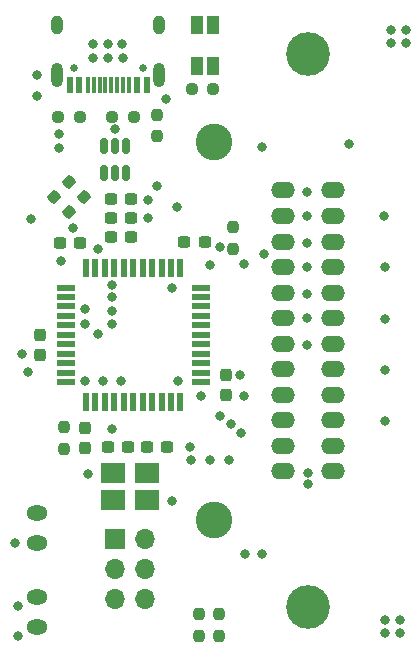
<source format=gts>
%TF.GenerationSoftware,KiCad,Pcbnew,8.0.5*%
%TF.CreationDate,2024-11-06T11:00:09+13:00*%
%TF.ProjectId,usb_gpib_v3,7573625f-6770-4696-925f-76332e6b6963,C*%
%TF.SameCoordinates,Original*%
%TF.FileFunction,Soldermask,Top*%
%TF.FilePolarity,Negative*%
%FSLAX46Y46*%
G04 Gerber Fmt 4.6, Leading zero omitted, Abs format (unit mm)*
G04 Created by KiCad (PCBNEW 8.0.5) date 2024-11-06 11:00:09*
%MOMM*%
%LPD*%
G01*
G04 APERTURE LIST*
G04 Aperture macros list*
%AMRoundRect*
0 Rectangle with rounded corners*
0 $1 Rounding radius*
0 $2 $3 $4 $5 $6 $7 $8 $9 X,Y pos of 4 corners*
0 Add a 4 corners polygon primitive as box body*
4,1,4,$2,$3,$4,$5,$6,$7,$8,$9,$2,$3,0*
0 Add four circle primitives for the rounded corners*
1,1,$1+$1,$2,$3*
1,1,$1+$1,$4,$5*
1,1,$1+$1,$6,$7*
1,1,$1+$1,$8,$9*
0 Add four rect primitives between the rounded corners*
20,1,$1+$1,$2,$3,$4,$5,0*
20,1,$1+$1,$4,$5,$6,$7,0*
20,1,$1+$1,$6,$7,$8,$9,0*
20,1,$1+$1,$8,$9,$2,$3,0*%
G04 Aperture macros list end*
%ADD10C,3.100000*%
%ADD11RoundRect,0.237500X-0.300000X-0.237500X0.300000X-0.237500X0.300000X0.237500X-0.300000X0.237500X0*%
%ADD12RoundRect,0.237500X-0.237500X0.250000X-0.237500X-0.250000X0.237500X-0.250000X0.237500X0.250000X0*%
%ADD13RoundRect,0.237500X0.300000X0.237500X-0.300000X0.237500X-0.300000X-0.237500X0.300000X-0.237500X0*%
%ADD14RoundRect,0.237500X0.250000X0.237500X-0.250000X0.237500X-0.250000X-0.237500X0.250000X-0.237500X0*%
%ADD15RoundRect,0.237500X0.008839X0.344715X-0.344715X-0.008839X-0.008839X-0.344715X0.344715X0.008839X0*%
%ADD16R,1.500000X0.550000*%
%ADD17R,0.550000X1.500000*%
%ADD18O,1.800000X1.300000*%
%ADD19RoundRect,0.237500X-0.250000X-0.237500X0.250000X-0.237500X0.250000X0.237500X-0.250000X0.237500X0*%
%ADD20C,0.650000*%
%ADD21R,0.600000X1.450000*%
%ADD22R,0.300000X1.450000*%
%ADD23O,1.000000X2.100000*%
%ADD24O,1.000000X1.600000*%
%ADD25O,2.000000X1.400000*%
%ADD26C,3.700000*%
%ADD27RoundRect,0.237500X-0.237500X0.300000X-0.237500X-0.300000X0.237500X-0.300000X0.237500X0.300000X0*%
%ADD28R,0.990600X1.500000*%
%ADD29RoundRect,0.150000X-0.150000X0.512500X-0.150000X-0.512500X0.150000X-0.512500X0.150000X0.512500X0*%
%ADD30R,2.100000X1.800000*%
%ADD31R,1.700000X1.700000*%
%ADD32O,1.700000X1.700000*%
%ADD33RoundRect,0.237500X0.237500X-0.250000X0.237500X0.250000X-0.237500X0.250000X-0.237500X-0.250000X0*%
%ADD34C,0.800000*%
G04 APERTURE END LIST*
D10*
%TO.C,H2*%
X115000000Y-75996800D03*
%TD*%
D11*
%TO.C,C2*%
X106071500Y-101854000D03*
X107796500Y-101854000D03*
%TD*%
D12*
%TO.C,R10*%
X113792000Y-115978300D03*
X113792000Y-117803300D03*
%TD*%
D13*
%TO.C,C6*%
X114237500Y-84500000D03*
X112512500Y-84500000D03*
%TD*%
D14*
%TO.C,R7*%
X108262500Y-73914000D03*
X106437500Y-73914000D03*
%TD*%
%TO.C,R8*%
X103687500Y-73914000D03*
X101862500Y-73914000D03*
%TD*%
D12*
%TO.C,R9*%
X115468400Y-115980200D03*
X115468400Y-117805200D03*
%TD*%
D13*
%TO.C,C5*%
X103732500Y-84550000D03*
X102007500Y-84550000D03*
%TD*%
D10*
%TO.C,H1*%
X115000000Y-108000800D03*
%TD*%
D15*
%TO.C,R1*%
X102753235Y-79364765D03*
X101462765Y-80655235D03*
%TD*%
D16*
%TO.C,U1*%
X102504000Y-88340000D03*
X102504000Y-89140000D03*
X102504000Y-89940000D03*
X102504000Y-90740000D03*
X102504000Y-91540000D03*
X102504000Y-92340000D03*
X102504000Y-93140000D03*
X102504000Y-93940000D03*
X102504000Y-94740000D03*
X102504000Y-95540000D03*
X102504000Y-96340000D03*
D17*
X104204000Y-98040000D03*
X105004000Y-98040000D03*
X105804000Y-98040000D03*
X106604000Y-98040000D03*
X107404000Y-98040000D03*
X108204000Y-98040000D03*
X109004000Y-98040000D03*
X109804000Y-98040000D03*
X110604000Y-98040000D03*
X111404000Y-98040000D03*
X112204000Y-98040000D03*
D16*
X113904000Y-96340000D03*
X113904000Y-95540000D03*
X113904000Y-94740000D03*
X113904000Y-93940000D03*
X113904000Y-93140000D03*
X113904000Y-92340000D03*
X113904000Y-91540000D03*
X113904000Y-90740000D03*
X113904000Y-89940000D03*
X113904000Y-89140000D03*
X113904000Y-88340000D03*
D17*
X112204000Y-86640000D03*
X111404000Y-86640000D03*
X110604000Y-86640000D03*
X109804000Y-86640000D03*
X109004000Y-86640000D03*
X108204000Y-86640000D03*
X107404000Y-86640000D03*
X106604000Y-86640000D03*
X105804000Y-86640000D03*
X105004000Y-86640000D03*
X104204000Y-86640000D03*
%TD*%
D18*
%TO.C,LED2*%
X100076000Y-117084000D03*
X100076000Y-114554000D03*
%TD*%
D11*
%TO.C,C4*%
X106325500Y-82440000D03*
X108050500Y-82440000D03*
%TD*%
D15*
%TO.C,R2*%
X104023235Y-80634765D03*
X102732765Y-81925235D03*
%TD*%
D11*
%TO.C,C8*%
X106325500Y-84020000D03*
X108050500Y-84020000D03*
%TD*%
D19*
%TO.C,R6*%
X113162500Y-71550000D03*
X114987500Y-71550000D03*
%TD*%
D20*
%TO.C,J2*%
X108990000Y-69775000D03*
X103210000Y-69775000D03*
D21*
X109350000Y-71220000D03*
X108550000Y-71220000D03*
D22*
X107350000Y-71220000D03*
X106350000Y-71220000D03*
X105850000Y-71220000D03*
X104850000Y-71220000D03*
D21*
X103650000Y-71220000D03*
X102850000Y-71220000D03*
X102850000Y-71220000D03*
X103650000Y-71220000D03*
D22*
X104350000Y-71220000D03*
X105350000Y-71220000D03*
X106850000Y-71220000D03*
X107850000Y-71220000D03*
D21*
X108550000Y-71220000D03*
X109350000Y-71220000D03*
D23*
X110420000Y-70305000D03*
D24*
X110420000Y-66125000D03*
D23*
X101780000Y-70305000D03*
D24*
X101780000Y-66125000D03*
%TD*%
D18*
%TO.C,LED3*%
X100076000Y-109972000D03*
X100076000Y-107442000D03*
%TD*%
D25*
%TO.C,J1*%
X120855000Y-103880000D03*
X120855000Y-101720000D03*
X120855000Y-99560000D03*
X120855000Y-97400000D03*
X120855000Y-95240000D03*
X120855000Y-93080000D03*
X120855000Y-90920000D03*
X120855000Y-88760000D03*
X120855000Y-86600000D03*
X120855000Y-84440000D03*
X120855000Y-82280000D03*
X120855000Y-80120000D03*
X125145000Y-103880000D03*
X125145000Y-101720000D03*
X125145000Y-99560000D03*
X125145000Y-97400000D03*
X125145000Y-95240000D03*
X125145000Y-93080000D03*
X125145000Y-90920000D03*
X125145000Y-88760000D03*
X125145000Y-86600000D03*
X125145000Y-84440000D03*
X125145000Y-82280000D03*
X125145000Y-80120000D03*
D26*
X123000000Y-115400000D03*
X123000000Y-68600000D03*
%TD*%
D27*
%TO.C,C7*%
X116078000Y-95727500D03*
X116078000Y-97452500D03*
%TD*%
D13*
%TO.C,C1*%
X111098500Y-101854000D03*
X109373500Y-101854000D03*
%TD*%
D28*
%TO.C,LED1*%
X113580000Y-69620000D03*
X113579999Y-66120000D03*
X114980001Y-69620000D03*
X114980001Y-66120000D03*
%TD*%
D11*
%TO.C,C10*%
X106325500Y-80860000D03*
X108050500Y-80860000D03*
%TD*%
D29*
%TO.C,U2*%
X107630000Y-76332500D03*
X106680000Y-76332500D03*
X105730000Y-76332500D03*
X105730000Y-78607500D03*
X106680000Y-78607500D03*
X107630000Y-78607500D03*
%TD*%
D30*
%TO.C,X1*%
X109400000Y-104006000D03*
X106500000Y-104006000D03*
X106500000Y-106306000D03*
X109400000Y-106306000D03*
%TD*%
D27*
%TO.C,C9*%
X104140000Y-100229500D03*
X104140000Y-101954500D03*
%TD*%
D31*
%TO.C,J3*%
X106680000Y-109601000D03*
D32*
X109220000Y-109601000D03*
X106680000Y-112141000D03*
X109220000Y-112141000D03*
X106680000Y-114681000D03*
X109220000Y-114681000D03*
%TD*%
D33*
%TO.C,R3*%
X102362000Y-102004500D03*
X102362000Y-100179500D03*
%TD*%
D27*
%TO.C,C3*%
X100330000Y-92355500D03*
X100330000Y-94080500D03*
%TD*%
D12*
%TO.C,R4*%
X116675000Y-83237500D03*
X116675000Y-85062500D03*
%TD*%
D33*
%TO.C,R5*%
X110250000Y-75512500D03*
X110250000Y-73687500D03*
%TD*%
D34*
X101900000Y-75312500D03*
X106680000Y-74930000D03*
X122936000Y-88900000D03*
X129500000Y-95300000D03*
X131275000Y-67600000D03*
X130775000Y-117550000D03*
X100076000Y-70358000D03*
X104800000Y-67700000D03*
X99314000Y-95504000D03*
X106426000Y-100330000D03*
X107275000Y-67700000D03*
X109474000Y-82420000D03*
X114730000Y-86410000D03*
X129525000Y-116450000D03*
X106050000Y-67700000D03*
X103124000Y-83312000D03*
X113919000Y-97536000D03*
X106050000Y-68900000D03*
X122936000Y-84582000D03*
X106426000Y-88138000D03*
X122936000Y-90932000D03*
X106426000Y-90297000D03*
X130025000Y-66500000D03*
X112014000Y-96266000D03*
X100076000Y-72136000D03*
X110998000Y-72390000D03*
X104800000Y-68900000D03*
X129500000Y-86625000D03*
X98171000Y-109982000D03*
X119253000Y-85471000D03*
X126492000Y-76200000D03*
X113060000Y-102900000D03*
X107188000Y-96266000D03*
X101900000Y-76562500D03*
X114700000Y-102925000D03*
X123000000Y-104000000D03*
X122936000Y-93218000D03*
X119140000Y-110880000D03*
X122936000Y-86614000D03*
X104140000Y-96266000D03*
X122936000Y-80264000D03*
X116332000Y-102925000D03*
X106426000Y-91440000D03*
X104140000Y-90170000D03*
X106426000Y-89154000D03*
X117602000Y-86360000D03*
X98425000Y-117856000D03*
X98425000Y-115316000D03*
X99568000Y-82550000D03*
X111506000Y-106426000D03*
X122990000Y-104950000D03*
X131275000Y-66500000D03*
X117680000Y-110920000D03*
X113030000Y-101854000D03*
X111506000Y-88392000D03*
X117602000Y-97536000D03*
X129525000Y-117550000D03*
X129500000Y-90975000D03*
X102108000Y-86106000D03*
X130775000Y-116450000D03*
X109474000Y-80900000D03*
X98806000Y-93980000D03*
X119126000Y-76454000D03*
X130025000Y-67600000D03*
X122936000Y-82296000D03*
X107300000Y-68900000D03*
X129425000Y-82296000D03*
X104140000Y-91440000D03*
X129500000Y-99625000D03*
X104394000Y-104140000D03*
X105250000Y-92296000D03*
X105664000Y-96266000D03*
X117210076Y-95759862D03*
X115537500Y-84937500D03*
X105250000Y-85090000D03*
X117348000Y-100635647D03*
X116459355Y-99911147D03*
X115570000Y-99186647D03*
X110250000Y-79775000D03*
X111949500Y-81500000D03*
M02*

</source>
